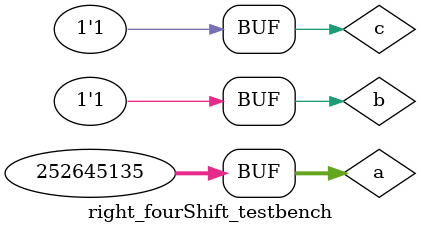
<source format=v>
`define DELAY 20
module right_fourShift_testbench(); 
reg [31:0] 	a;
reg			b,
				c;
wire [31:0] result;

right_four_shift rs (result, a, b);

initial begin
a = 32'b11110000111100001111000011110000; b = 0; c = 0;
#`DELAY;
a = 32'b11110000111100001111000011110000; b = 0; c = 1;
#`DELAY;
a = 32'b11110000111100001111000011110000; b = 1; c = 0;
#`DELAY;
a = 32'b11110000111100001111000011110000; b = 1; c = 1;
#`DELAY;
a = 32'b00001111000011110000111100001111; b = 0; c = 0;
#`DELAY;
a = 32'b00001111000011110000111100001111; b = 0; c = 1;
#`DELAY;
a = 32'b00001111000011110000111100001111; b = 1; c = 0;
#`DELAY;
a = 32'b00001111000011110000111100001111; b = 1; c = 1;
#`DELAY;
end
 
 
initial
begin
$monitor("time = %2d, a =%1b, b=%1b, a/l= %1b, result=%1b", $time, a, b, c, result);
end
 
endmodule
</source>
